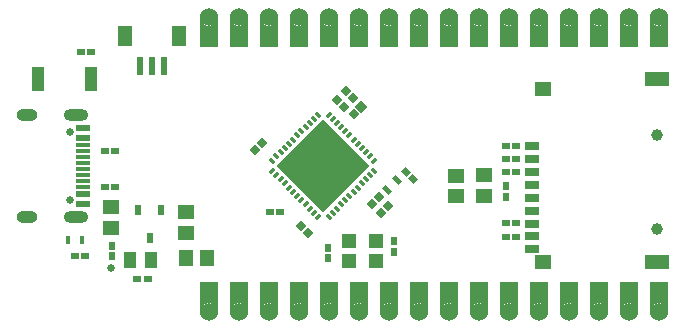
<source format=gbr>
%TF.GenerationSoftware,Altium Limited,Altium Designer,25.4.2 (15)*%
G04 Layer_Color=8388736*
%FSLAX45Y45*%
%MOMM*%
%TF.SameCoordinates,D428E1E4-D561-4EBD-83AA-0298DF20FA0A*%
%TF.FilePolarity,Negative*%
%TF.FileFunction,Soldermask,Top*%
%TF.Part,Single*%
G01*
G75*
%TA.AperFunction,SMDPad,CuDef*%
%ADD10R,1.20000X1.80000*%
%ADD11R,0.60000X1.55000*%
%ADD12R,0.60000X0.95000*%
%ADD13R,0.65000X0.55000*%
G04:AMPARAMS|DCode=14|XSize=0.4mm|YSize=0.8mm|CornerRadius=0mm|HoleSize=0mm|Usage=FLASHONLY|Rotation=225.000|XOffset=0mm|YOffset=0mm|HoleType=Round|Shape=Rectangle|*
%AMROTATEDRECTD14*
4,1,4,-0.14142,0.42426,0.42426,-0.14142,0.14142,-0.42426,-0.42426,0.14142,-0.14142,0.42426,0.0*
%
%ADD14ROTATEDRECTD14*%

%ADD15R,1.05000X2.00000*%
%ADD16R,1.30000X1.20000*%
%TA.AperFunction,ConnectorPad*%
%ADD17R,1.15000X0.60000*%
%ADD18R,1.15000X0.30000*%
%ADD19R,2.00000X1.20000*%
%ADD20R,1.40000X1.20000*%
%ADD21R,1.30000X0.70000*%
%TA.AperFunction,SMDPad,CuDef*%
%ADD22R,1.13000X1.43000*%
%ADD23R,0.40000X0.80000*%
%ADD24P,7.91960X4X180.0*%
G04:AMPARAMS|DCode=25|XSize=0.3mm|YSize=0.55mm|CornerRadius=0mm|HoleSize=0mm|Usage=FLASHONLY|Rotation=225.000|XOffset=0mm|YOffset=0mm|HoleType=Round|Shape=Rectangle|*
%AMROTATEDRECTD25*
4,1,4,-0.08839,0.30052,0.30052,-0.08839,0.08839,-0.30052,-0.30052,0.08839,-0.08839,0.30052,0.0*
%
%ADD25ROTATEDRECTD25*%

G04:AMPARAMS|DCode=26|XSize=0.3mm|YSize=0.55mm|CornerRadius=0mm|HoleSize=0mm|Usage=FLASHONLY|Rotation=135.000|XOffset=0mm|YOffset=0mm|HoleType=Round|Shape=Rectangle|*
%AMROTATEDRECTD26*
4,1,4,0.30052,0.08839,-0.08839,-0.30052,-0.30052,-0.08839,0.08839,0.30052,0.30052,0.08839,0.0*
%
%ADD26ROTATEDRECTD26*%

%ADD27R,0.62000X0.66000*%
G04:AMPARAMS|DCode=28|XSize=0.62mm|YSize=0.66mm|CornerRadius=0mm|HoleSize=0mm|Usage=FLASHONLY|Rotation=315.000|XOffset=0mm|YOffset=0mm|HoleType=Round|Shape=Rectangle|*
%AMROTATEDRECTD28*
4,1,4,-0.45255,-0.01414,0.01414,0.45255,0.45255,0.01414,-0.01414,-0.45255,-0.45255,-0.01414,0.0*
%
%ADD28ROTATEDRECTD28*%

%ADD29R,0.66000X0.62000*%
G04:AMPARAMS|DCode=30|XSize=0.55mm|YSize=0.65mm|CornerRadius=0mm|HoleSize=0mm|Usage=FLASHONLY|Rotation=225.000|XOffset=0mm|YOffset=0mm|HoleType=Round|Shape=Rectangle|*
%AMROTATEDRECTD30*
4,1,4,-0.03535,0.42426,0.42426,-0.03535,0.03535,-0.42426,-0.42426,0.03535,-0.03535,0.42426,0.0*
%
%ADD30ROTATEDRECTD30*%

%ADD31R,1.45000X1.15000*%
%ADD32R,1.15000X1.45000*%
G04:AMPARAMS|DCode=33|XSize=0.62mm|YSize=0.66mm|CornerRadius=0mm|HoleSize=0mm|Usage=FLASHONLY|Rotation=225.000|XOffset=0mm|YOffset=0mm|HoleType=Round|Shape=Rectangle|*
%AMROTATEDRECTD33*
4,1,4,-0.01414,0.45255,0.45255,-0.01414,0.01414,-0.45255,-0.45255,0.01414,-0.01414,0.45255,0.0*
%
%ADD33ROTATEDRECTD33*%

%TA.AperFunction,ComponentPad*%
%ADD41O,2.10000X1.00000*%
%ADD42O,1.80000X1.00000*%
%ADD43C,0.65000*%
%ADD44C,1.00000*%
%ADD45C,1.52400*%
%TA.AperFunction,ViaPad*%
%ADD46C,0.66040*%
%TA.AperFunction,SMDPad,CuDef*%
G04:AMPARAMS|DCode=53|XSize=0.72mm|YSize=0.76mm|CornerRadius=0mm|HoleSize=0mm|Usage=FLASHONLY|Rotation=315.000|XOffset=0mm|YOffset=0mm|HoleType=Round|Shape=Rectangle|*
%AMROTATEDRECTD53*
4,1,4,-0.52326,-0.01414,0.01414,0.52326,0.52326,0.01414,-0.01414,-0.52326,-0.52326,-0.01414,0.0*
%
%ADD53ROTATEDRECTD53*%

G36*
X-893100Y-985655D02*
X-1045500D01*
Y-1239655D01*
X-1044848Y-1229709D01*
X-1039700Y-1210494D01*
X-1029754Y-1193267D01*
X-1015688Y-1179201D01*
X-998461Y-1169255D01*
X-979246Y-1164107D01*
X-959354D01*
X-940140Y-1169255D01*
X-922913Y-1179201D01*
X-908847Y-1193267D01*
X-898901Y-1210494D01*
X-893752Y-1229709D01*
X-893100Y-1239655D01*
D01*
Y-985655D01*
D02*
G37*
G36*
X-639100D02*
X-791500D01*
Y-1239655D01*
X-790848Y-1229709D01*
X-785700Y-1210494D01*
X-775754Y-1193267D01*
X-761688Y-1179201D01*
X-744461Y-1169255D01*
X-725246Y-1164107D01*
X-705354D01*
X-686140Y-1169255D01*
X-668913Y-1179201D01*
X-654847Y-1193267D01*
X-644901Y-1210494D01*
X-639752Y-1229709D01*
X-639100Y-1239655D01*
D01*
Y-985655D01*
D02*
G37*
G36*
X-385100D02*
X-537500D01*
Y-1239655D01*
X-536848Y-1229709D01*
X-531700Y-1210494D01*
X-521754Y-1193267D01*
X-507688Y-1179201D01*
X-490461Y-1169255D01*
X-471246Y-1164107D01*
X-451354D01*
X-432140Y-1169255D01*
X-414913Y-1179201D01*
X-400847Y-1193267D01*
X-390901Y-1210494D01*
X-385752Y-1229709D01*
X-385100Y-1239655D01*
D01*
Y-985655D01*
D02*
G37*
G36*
X-131100D02*
X-283500D01*
Y-1239655D01*
X-282848Y-1229709D01*
X-277700Y-1210494D01*
X-267754Y-1193267D01*
X-253688Y-1179201D01*
X-236461Y-1169255D01*
X-217246Y-1164107D01*
X-197354D01*
X-178140Y-1169255D01*
X-160913Y-1179201D01*
X-146847Y-1193267D01*
X-136901Y-1210494D01*
X-131752Y-1229709D01*
X-131100Y-1239655D01*
D01*
Y-985655D01*
D02*
G37*
G36*
X122900D02*
X-29500D01*
Y-1239655D01*
X-28848Y-1229709D01*
X-23700Y-1210494D01*
X-13754Y-1193267D01*
X312Y-1179201D01*
X17539Y-1169255D01*
X36754Y-1164107D01*
X56646D01*
X75860Y-1169255D01*
X93087Y-1179201D01*
X107153Y-1193267D01*
X117099Y-1210494D01*
X122248Y-1229709D01*
X122900Y-1239655D01*
D01*
Y-985655D01*
D02*
G37*
G36*
X376900D02*
X224500D01*
Y-1239655D01*
X225152Y-1229709D01*
X230300Y-1210494D01*
X240246Y-1193267D01*
X254312Y-1179201D01*
X271539Y-1169255D01*
X290754Y-1164107D01*
X310646D01*
X329860Y-1169255D01*
X347087Y-1179201D01*
X361153Y-1193267D01*
X371099Y-1210494D01*
X376248Y-1229709D01*
X376900Y-1239655D01*
D01*
Y-985655D01*
D02*
G37*
G36*
X630900D02*
X478500D01*
Y-1239655D01*
X479152Y-1229709D01*
X484300Y-1210494D01*
X494246Y-1193267D01*
X508312Y-1179201D01*
X525539Y-1169255D01*
X544754Y-1164107D01*
X564646D01*
X583860Y-1169255D01*
X601087Y-1179201D01*
X615153Y-1193267D01*
X625099Y-1210494D01*
X630248Y-1229709D01*
X630900Y-1239655D01*
D01*
Y-985655D01*
D02*
G37*
G36*
X884900D02*
X732500D01*
Y-1239655D01*
X733152Y-1229709D01*
X738300Y-1210494D01*
X748246Y-1193267D01*
X762312Y-1179201D01*
X779539Y-1169255D01*
X798754Y-1164107D01*
X818646D01*
X837860Y-1169255D01*
X855087Y-1179201D01*
X869153Y-1193267D01*
X879099Y-1210494D01*
X884248Y-1229709D01*
X884900Y-1239655D01*
D01*
Y-985655D01*
D02*
G37*
G36*
X-1045500Y1006345D02*
X-893100D01*
Y1260345D01*
X-893752Y1250399D01*
X-898901Y1231185D01*
X-908847Y1213958D01*
X-922913Y1199892D01*
X-940140Y1189946D01*
X-959354Y1184797D01*
X-979246D01*
X-998461Y1189946D01*
X-1015688Y1199892D01*
X-1029754Y1213958D01*
X-1039700Y1231185D01*
X-1044848Y1250399D01*
X-1045500Y1260345D01*
D01*
Y1006345D01*
D02*
G37*
G36*
X-791500D02*
X-639100D01*
Y1260345D01*
X-639752Y1250399D01*
X-644901Y1231185D01*
X-654847Y1213958D01*
X-668913Y1199892D01*
X-686140Y1189946D01*
X-705354Y1184797D01*
X-725246D01*
X-744461Y1189946D01*
X-761688Y1199892D01*
X-775754Y1213958D01*
X-785700Y1231185D01*
X-790848Y1250399D01*
X-791500Y1260345D01*
D01*
Y1006345D01*
D02*
G37*
G36*
X-537500D02*
X-385100D01*
Y1260345D01*
X-385752Y1250399D01*
X-390901Y1231185D01*
X-400847Y1213958D01*
X-414913Y1199892D01*
X-432140Y1189946D01*
X-451354Y1184797D01*
X-471246D01*
X-490461Y1189946D01*
X-507688Y1199892D01*
X-521754Y1213958D01*
X-531700Y1231185D01*
X-536848Y1250399D01*
X-537500Y1260345D01*
D01*
Y1006345D01*
D02*
G37*
G36*
X-283500D02*
X-131100D01*
Y1260345D01*
X-131752Y1250399D01*
X-136901Y1231185D01*
X-146847Y1213958D01*
X-160913Y1199892D01*
X-178140Y1189946D01*
X-197354Y1184797D01*
X-217246D01*
X-236461Y1189946D01*
X-253688Y1199892D01*
X-267754Y1213958D01*
X-277700Y1231185D01*
X-282848Y1250399D01*
X-283500Y1260345D01*
D01*
Y1006345D01*
D02*
G37*
G36*
X-29500D02*
X122900D01*
Y1260345D01*
X122248Y1250399D01*
X117099Y1231185D01*
X107153Y1213958D01*
X93087Y1199892D01*
X75860Y1189946D01*
X56646Y1184797D01*
X36754D01*
X17539Y1189946D01*
X312Y1199892D01*
X-13754Y1213958D01*
X-23700Y1231185D01*
X-28848Y1250399D01*
X-29500Y1260345D01*
D01*
Y1006345D01*
D02*
G37*
G36*
X224500D02*
X376900D01*
Y1260345D01*
X376248Y1250399D01*
X371099Y1231185D01*
X361153Y1213958D01*
X347087Y1199892D01*
X329860Y1189946D01*
X310646Y1184797D01*
X290754D01*
X271539Y1189946D01*
X254312Y1199892D01*
X240246Y1213958D01*
X230300Y1231185D01*
X225152Y1250399D01*
X224500Y1260345D01*
D01*
Y1006345D01*
D02*
G37*
G36*
X478500D02*
X630900D01*
Y1260345D01*
X630248Y1250399D01*
X625099Y1231185D01*
X615153Y1213958D01*
X601087Y1199892D01*
X583860Y1189946D01*
X564646Y1184797D01*
X544754D01*
X525539Y1189946D01*
X508312Y1199892D01*
X494246Y1213958D01*
X484300Y1231185D01*
X479152Y1250399D01*
X478500Y1260345D01*
D01*
Y1006345D01*
D02*
G37*
G36*
X732500D02*
X884900D01*
Y1260345D01*
X884248Y1250399D01*
X879099Y1231185D01*
X869153Y1213958D01*
X855087Y1199892D01*
X837860Y1189946D01*
X818646Y1184797D01*
X798754D01*
X779539Y1189946D01*
X762312Y1199892D01*
X748246Y1213958D01*
X738300Y1231185D01*
X733152Y1250399D01*
X732500Y1260345D01*
D01*
Y1006345D01*
D02*
G37*
G36*
X1138900Y-985655D02*
X986500D01*
Y-1239655D01*
X987152Y-1229709D01*
X992300Y-1210494D01*
X1002246Y-1193267D01*
X1016312Y-1179201D01*
X1033539Y-1169255D01*
X1052754Y-1164107D01*
X1072646D01*
X1091860Y-1169255D01*
X1109087Y-1179201D01*
X1123153Y-1193267D01*
X1133099Y-1210494D01*
X1138248Y-1229709D01*
X1138900Y-1239655D01*
D01*
Y-985655D01*
D02*
G37*
G36*
X1392900D02*
X1240500D01*
Y-1239655D01*
X1241152Y-1229709D01*
X1246300Y-1210494D01*
X1256246Y-1193267D01*
X1270312Y-1179201D01*
X1287539Y-1169255D01*
X1306754Y-1164107D01*
X1326646D01*
X1345860Y-1169255D01*
X1363087Y-1179201D01*
X1377153Y-1193267D01*
X1387099Y-1210494D01*
X1392248Y-1229709D01*
X1392900Y-1239655D01*
D01*
Y-985655D01*
D02*
G37*
G36*
X1646900D02*
X1494500D01*
Y-1239655D01*
X1495152Y-1229709D01*
X1500300Y-1210494D01*
X1510246Y-1193267D01*
X1524312Y-1179201D01*
X1541539Y-1169255D01*
X1560754Y-1164107D01*
X1580646D01*
X1599860Y-1169255D01*
X1617087Y-1179201D01*
X1631153Y-1193267D01*
X1641099Y-1210494D01*
X1646248Y-1229709D01*
X1646900Y-1239655D01*
D01*
Y-985655D01*
D02*
G37*
G36*
X1900900D02*
X1748500D01*
Y-1239655D01*
X1749152Y-1229709D01*
X1754300Y-1210494D01*
X1764246Y-1193267D01*
X1778312Y-1179201D01*
X1795539Y-1169255D01*
X1814754Y-1164107D01*
X1834646D01*
X1853860Y-1169255D01*
X1871087Y-1179201D01*
X1885153Y-1193267D01*
X1895099Y-1210494D01*
X1900248Y-1229709D01*
X1900900Y-1239655D01*
D01*
Y-985655D01*
D02*
G37*
G36*
X2154900D02*
X2002500D01*
Y-1239655D01*
X2003152Y-1229709D01*
X2008300Y-1210494D01*
X2018246Y-1193267D01*
X2032312Y-1179201D01*
X2049539Y-1169255D01*
X2068754Y-1164107D01*
X2088646D01*
X2107860Y-1169255D01*
X2125087Y-1179201D01*
X2139153Y-1193267D01*
X2149099Y-1210494D01*
X2154248Y-1229709D01*
X2154900Y-1239655D01*
D01*
Y-985655D01*
D02*
G37*
G36*
X2408900D02*
X2256500D01*
Y-1239655D01*
X2257152Y-1229709D01*
X2262300Y-1210494D01*
X2272246Y-1193267D01*
X2286312Y-1179201D01*
X2303539Y-1169255D01*
X2322754Y-1164107D01*
X2342646D01*
X2361860Y-1169255D01*
X2379087Y-1179201D01*
X2393153Y-1193267D01*
X2403099Y-1210494D01*
X2408248Y-1229709D01*
X2408900Y-1239655D01*
D01*
Y-985655D01*
D02*
G37*
G36*
X2662900D02*
X2510500D01*
Y-1239655D01*
X2511152Y-1229709D01*
X2516300Y-1210494D01*
X2526246Y-1193267D01*
X2540312Y-1179201D01*
X2557539Y-1169255D01*
X2576754Y-1164107D01*
X2596646D01*
X2615860Y-1169255D01*
X2633087Y-1179201D01*
X2647153Y-1193267D01*
X2657099Y-1210494D01*
X2662248Y-1229709D01*
X2662900Y-1239655D01*
D01*
Y-985655D01*
D02*
G37*
G36*
X2916900D02*
X2764500D01*
Y-1239655D01*
X2765152Y-1229709D01*
X2770300Y-1210494D01*
X2780246Y-1193267D01*
X2794312Y-1179201D01*
X2811539Y-1169255D01*
X2830754Y-1164107D01*
X2850646D01*
X2869860Y-1169255D01*
X2887087Y-1179201D01*
X2901153Y-1193267D01*
X2911099Y-1210494D01*
X2916248Y-1229709D01*
X2916900Y-1239655D01*
D01*
Y-985655D01*
D02*
G37*
G36*
X986500Y1006345D02*
X1138900D01*
Y1260345D01*
X1138248Y1250399D01*
X1133099Y1231185D01*
X1123153Y1213958D01*
X1109087Y1199892D01*
X1091860Y1189946D01*
X1072646Y1184797D01*
X1052754D01*
X1033539Y1189946D01*
X1016312Y1199892D01*
X1002246Y1213958D01*
X992300Y1231185D01*
X987152Y1250399D01*
X986500Y1260345D01*
D01*
Y1006345D01*
D02*
G37*
G36*
X1240500D02*
X1392900D01*
Y1260345D01*
X1392248Y1250399D01*
X1387099Y1231185D01*
X1377153Y1213958D01*
X1363087Y1199892D01*
X1345860Y1189946D01*
X1326646Y1184797D01*
X1306754D01*
X1287539Y1189946D01*
X1270312Y1199892D01*
X1256246Y1213958D01*
X1246300Y1231185D01*
X1241152Y1250399D01*
X1240500Y1260345D01*
D01*
Y1006345D01*
D02*
G37*
G36*
X1494500D02*
X1646900D01*
Y1260345D01*
X1646248Y1250399D01*
X1641099Y1231185D01*
X1631153Y1213958D01*
X1617087Y1199892D01*
X1599860Y1189946D01*
X1580646Y1184797D01*
X1560754D01*
X1541539Y1189946D01*
X1524312Y1199892D01*
X1510246Y1213958D01*
X1500300Y1231185D01*
X1495152Y1250399D01*
X1494500Y1260345D01*
D01*
Y1006345D01*
D02*
G37*
G36*
X1748500D02*
X1900900D01*
Y1260345D01*
X1900248Y1250399D01*
X1895099Y1231185D01*
X1885153Y1213958D01*
X1871087Y1199892D01*
X1853860Y1189946D01*
X1834646Y1184797D01*
X1814754D01*
X1795539Y1189946D01*
X1778312Y1199892D01*
X1764246Y1213958D01*
X1754300Y1231185D01*
X1749152Y1250399D01*
X1748500Y1260345D01*
D01*
Y1006345D01*
D02*
G37*
G36*
X2002500D02*
X2154900D01*
Y1260345D01*
X2154248Y1250399D01*
X2149099Y1231185D01*
X2139153Y1213958D01*
X2125087Y1199892D01*
X2107860Y1189946D01*
X2088646Y1184797D01*
X2068754D01*
X2049539Y1189946D01*
X2032312Y1199892D01*
X2018246Y1213958D01*
X2008300Y1231185D01*
X2003152Y1250399D01*
X2002500Y1260345D01*
D01*
Y1006345D01*
D02*
G37*
G36*
X2256500D02*
X2408900D01*
Y1260345D01*
X2408248Y1250399D01*
X2403099Y1231185D01*
X2393153Y1213958D01*
X2379087Y1199892D01*
X2361860Y1189946D01*
X2342646Y1184797D01*
X2322754D01*
X2303539Y1189946D01*
X2286312Y1199892D01*
X2272246Y1213958D01*
X2262300Y1231185D01*
X2257152Y1250399D01*
X2256500Y1260345D01*
D01*
Y1006345D01*
D02*
G37*
G36*
X2510500D02*
X2662900D01*
Y1260345D01*
X2662248Y1250399D01*
X2657099Y1231185D01*
X2647153Y1213958D01*
X2633087Y1199892D01*
X2615860Y1189946D01*
X2596646Y1184797D01*
X2576754D01*
X2557539Y1189946D01*
X2540312Y1199892D01*
X2526246Y1213958D01*
X2516300Y1231185D01*
X2511152Y1250399D01*
X2510500Y1260345D01*
D01*
Y1006345D01*
D02*
G37*
G36*
X2764500D02*
X2916900D01*
Y1260345D01*
X2916248Y1250399D01*
X2911099Y1231185D01*
X2901153Y1213958D01*
X2887087Y1199892D01*
X2869860Y1189946D01*
X2850646Y1184797D01*
X2830754D01*
X2811539Y1189946D01*
X2794312Y1199892D01*
X2780246Y1213958D01*
X2770300Y1231185D01*
X2765152Y1250399D01*
X2764500Y1260345D01*
D01*
Y1006345D01*
D02*
G37*
D10*
X-1681900Y1096395D02*
D03*
X-1221900D02*
D03*
D11*
X-1551900Y843895D02*
D03*
X-1451900D02*
D03*
X-1351900D02*
D03*
D12*
X-1375660Y-377800D02*
D03*
X-1565660D02*
D03*
X-1470660Y-612800D02*
D03*
D13*
X-2013542Y-766236D02*
D03*
X-2098542D02*
D03*
X-450602Y-394195D02*
D03*
X-365602D02*
D03*
X1630000Y-485140D02*
D03*
X1545000D02*
D03*
X-1767192Y122925D02*
D03*
X-1852192D02*
D03*
X-1767192Y-177075D02*
D03*
X-1852192D02*
D03*
X1630000Y-50800D02*
D03*
X1545000D02*
D03*
X1630000Y58420D02*
D03*
X1545000D02*
D03*
X1630000Y170180D02*
D03*
X1545000D02*
D03*
X1630000Y-601980D02*
D03*
X1545000D02*
D03*
D14*
X536694Y-201749D02*
D03*
X621547Y-116896D02*
D03*
D15*
X-2414520Y731520D02*
D03*
X-1969520D02*
D03*
D16*
X448078Y-803794D02*
D03*
X218078Y-633795D02*
D03*
X448078D02*
D03*
X218078Y-803794D02*
D03*
D17*
X-2034692Y237925D02*
D03*
Y-242075D02*
D03*
Y317925D02*
D03*
Y-322075D02*
D03*
D18*
Y-177075D02*
D03*
Y-127075D02*
D03*
Y-77075D02*
D03*
Y-27075D02*
D03*
Y22925D02*
D03*
Y72925D02*
D03*
Y122925D02*
D03*
Y172925D02*
D03*
D19*
X2825840Y-819061D02*
D03*
Y732939D02*
D03*
D20*
X1855840Y-819061D02*
D03*
Y648939D02*
D03*
D21*
X1770840Y-709061D02*
D03*
Y-599061D02*
D03*
Y-489061D02*
D03*
Y-379061D02*
D03*
Y-269061D02*
D03*
Y-159061D02*
D03*
Y-49061D02*
D03*
Y60939D02*
D03*
Y170939D02*
D03*
D22*
X-1459542Y-802135D02*
D03*
X-1636542D02*
D03*
D23*
X-2159223Y-629415D02*
D03*
X-2039222D02*
D03*
D24*
X0Y0D02*
D03*
D25*
X44194Y-433102D02*
D03*
X79549Y-397747D02*
D03*
X114905Y-362392D02*
D03*
X150260Y-327036D02*
D03*
X185615Y-291681D02*
D03*
X220970Y-256326D02*
D03*
X256326Y-220971D02*
D03*
X327036Y-150260D02*
D03*
X362391Y-114905D02*
D03*
X397747Y-79549D02*
D03*
X433102Y-44194D02*
D03*
X-44194Y433102D02*
D03*
X-79549Y397747D02*
D03*
X-114905Y362391D02*
D03*
X-150260Y327036D02*
D03*
X-185615Y291681D02*
D03*
X-220971Y256326D02*
D03*
X-256326Y220970D02*
D03*
X-291681Y185615D02*
D03*
X-327036Y150260D02*
D03*
X-362392Y114905D02*
D03*
X-397747Y79549D02*
D03*
X-433102Y44194D02*
D03*
X291681Y-185615D02*
D03*
D26*
X433102Y44194D02*
D03*
X397747Y79549D02*
D03*
X362391Y114905D02*
D03*
X327036Y150260D02*
D03*
X291681Y185615D02*
D03*
X256326Y220970D02*
D03*
X220970Y256326D02*
D03*
X185615Y291681D02*
D03*
X150260Y327036D02*
D03*
X114905Y362391D02*
D03*
X79549Y397747D02*
D03*
X44194Y433102D02*
D03*
X-433102Y-44194D02*
D03*
X-397747Y-79549D02*
D03*
X-362392Y-114905D02*
D03*
X-327036Y-150260D02*
D03*
X-291681Y-185615D02*
D03*
X-256326Y-220971D02*
D03*
X-220971Y-256326D02*
D03*
X-185615Y-291681D02*
D03*
X-150260Y-327036D02*
D03*
X-114905Y-362392D02*
D03*
X-79549Y-397747D02*
D03*
X-44194Y-433102D02*
D03*
D27*
X594478Y-729056D02*
D03*
Y-641056D02*
D03*
X40640Y-695140D02*
D03*
Y-783140D02*
D03*
X-1793240Y-677360D02*
D03*
Y-765360D02*
D03*
X1546860Y-262440D02*
D03*
Y-174440D02*
D03*
D28*
X258458Y434408D02*
D03*
X-517527Y193673D02*
D03*
X-579753Y131447D02*
D03*
X410785Y-325307D02*
D03*
X473010Y-263082D02*
D03*
X485785Y-400307D02*
D03*
X548010Y-338082D02*
D03*
D29*
X-1965367Y962940D02*
D03*
X-2053367D02*
D03*
X-1576086Y-962940D02*
D03*
X-1488086D02*
D03*
D30*
X761572Y-111332D02*
D03*
X701468Y-51228D02*
D03*
D31*
X-1795780Y-526920D02*
D03*
Y-351920D02*
D03*
X-1159422Y-392055D02*
D03*
Y-567054D02*
D03*
X1363980Y-255140D02*
D03*
Y-80140D02*
D03*
X1125220Y-260220D02*
D03*
Y-85220D02*
D03*
D32*
X-985562Y-784355D02*
D03*
X-1160562D02*
D03*
D33*
X253090Y569613D02*
D03*
X190865Y631838D02*
D03*
X-191133Y-509907D02*
D03*
X-128907Y-572133D02*
D03*
X178090Y494613D02*
D03*
X115865Y556838D02*
D03*
D41*
X-2091192Y429965D02*
D03*
Y-434035D02*
D03*
D42*
X-2509192Y429965D02*
D03*
Y-434035D02*
D03*
D43*
X-2141192Y-291034D02*
D03*
Y286966D02*
D03*
D44*
X2825840Y-538061D02*
D03*
Y261939D02*
D03*
D45*
X2586700Y1260345D02*
D03*
Y-1239655D02*
D03*
X2840700D02*
D03*
Y1260345D02*
D03*
X-969300D02*
D03*
X-715300D02*
D03*
X-969300Y-1239655D02*
D03*
X2078700Y1260345D02*
D03*
Y-1239655D02*
D03*
X2332700Y1260345D02*
D03*
Y-1239655D02*
D03*
X554700D02*
D03*
X808700D02*
D03*
X300700D02*
D03*
X1062700D02*
D03*
X1316700D02*
D03*
X46700D02*
D03*
X-207300D02*
D03*
X-461300D02*
D03*
X-715300D02*
D03*
X1570700D02*
D03*
X1824700D02*
D03*
Y1260345D02*
D03*
X1570700D02*
D03*
X-461300D02*
D03*
X1316700D02*
D03*
X1062700D02*
D03*
X808700D02*
D03*
X-207300D02*
D03*
X554700D02*
D03*
X46700D02*
D03*
X300700D02*
D03*
D46*
X-1794422Y-868175D02*
D03*
D53*
X320684Y496633D02*
D03*
%TF.MD5,80711971e76fd04f6fcf7fd02f9422f5*%
M02*

</source>
